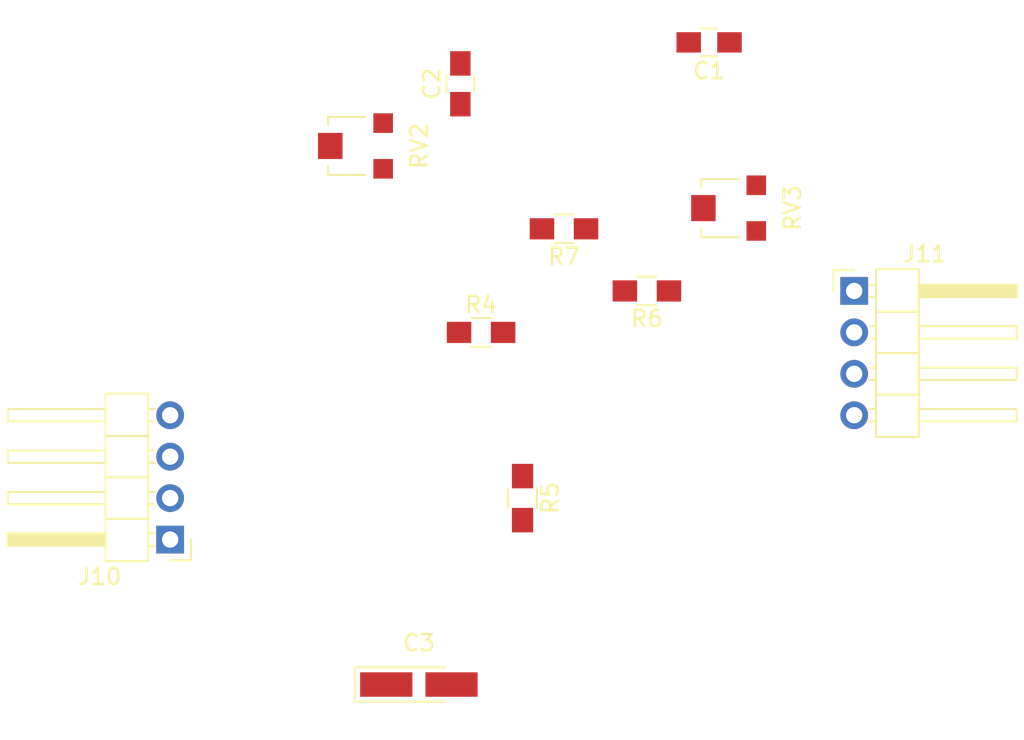
<source format=kicad_pcb>
(kicad_pcb (version 4) (host pcbnew 4.0.6-e0-6349~53~ubuntu16.04.1)

  (general
    (links 18)
    (no_connects 18)
    (area 0 0 0 0)
    (thickness 1.6)
    (drawings 0)
    (tracks 0)
    (zones 0)
    (modules 11)
    (nets 11)
  )

  (page A4)
  (layers
    (0 F.Cu signal)
    (31 B.Cu signal)
    (32 B.Adhes user)
    (33 F.Adhes user)
    (34 B.Paste user)
    (35 F.Paste user)
    (36 B.SilkS user)
    (37 F.SilkS user)
    (38 B.Mask user)
    (39 F.Mask user)
    (40 Dwgs.User user)
    (41 Cmts.User user)
    (42 Eco1.User user)
    (43 Eco2.User user)
    (44 Edge.Cuts user)
    (45 Margin user)
    (46 B.CrtYd user)
    (47 F.CrtYd user)
    (48 B.Fab user)
    (49 F.Fab user)
  )

  (setup
    (last_trace_width 0.25)
    (trace_clearance 0.2)
    (zone_clearance 0.508)
    (zone_45_only no)
    (trace_min 0.2)
    (segment_width 0.2)
    (edge_width 0.15)
    (via_size 0.6)
    (via_drill 0.4)
    (via_min_size 0.4)
    (via_min_drill 0.3)
    (uvia_size 0.3)
    (uvia_drill 0.1)
    (uvias_allowed no)
    (uvia_min_size 0.2)
    (uvia_min_drill 0.1)
    (pcb_text_width 0.3)
    (pcb_text_size 1.5 1.5)
    (mod_edge_width 0.15)
    (mod_text_size 1 1)
    (mod_text_width 0.15)
    (pad_size 1.524 1.524)
    (pad_drill 0.762)
    (pad_to_mask_clearance 0.2)
    (aux_axis_origin 0 0)
    (visible_elements FFFFFF7F)
    (pcbplotparams
      (layerselection 0x00030_80000001)
      (usegerberextensions false)
      (excludeedgelayer true)
      (linewidth 0.100000)
      (plotframeref false)
      (viasonmask false)
      (mode 1)
      (useauxorigin false)
      (hpglpennumber 1)
      (hpglpenspeed 20)
      (hpglpendiameter 15)
      (hpglpenoverlay 2)
      (psnegative false)
      (psa4output false)
      (plotreference true)
      (plotvalue true)
      (plotinvisibletext false)
      (padsonsilk false)
      (subtractmaskfromsilk false)
      (outputformat 1)
      (mirror false)
      (drillshape 1)
      (scaleselection 1)
      (outputdirectory ""))
  )

  (net 0 "")
  (net 1 "Net-(C1-Pad1)")
  (net 2 GND)
  (net 3 +5V)
  (net 4 TermIN)
  (net 5 "Net-(J11-Pad1)")
  (net 6 "Net-(J11-Pad2)")
  (net 7 TemOUT)
  (net 8 "Net-(J11-Pad4)")
  (net 9 "Net-(R4-Pad2)")
  (net 10 "Net-(R7-Pad1)")

  (net_class Default "This is the default net class."
    (clearance 0.2)
    (trace_width 0.25)
    (via_dia 0.6)
    (via_drill 0.4)
    (uvia_dia 0.3)
    (uvia_drill 0.1)
    (add_net +5V)
    (add_net GND)
    (add_net "Net-(C1-Pad1)")
    (add_net "Net-(J11-Pad1)")
    (add_net "Net-(J11-Pad2)")
    (add_net "Net-(J11-Pad4)")
    (add_net "Net-(R4-Pad2)")
    (add_net "Net-(R7-Pad1)")
    (add_net TemOUT)
    (add_net TermIN)
  )

  (module Capacitors_SMD:C_0805_HandSoldering (layer F.Cu) (tedit 58AA84A8) (tstamp 592F54EE)
    (at 160.02 92.71 180)
    (descr "Capacitor SMD 0805, hand soldering")
    (tags "capacitor 0805")
    (path /592F4A9D/592F530F)
    (attr smd)
    (fp_text reference C1 (at 0 -1.75 180) (layer F.SilkS)
      (effects (font (size 1 1) (thickness 0.15)))
    )
    (fp_text value C (at 0 1.75 180) (layer F.Fab)
      (effects (font (size 1 1) (thickness 0.15)))
    )
    (fp_text user %R (at 0 -1.75 180) (layer F.Fab)
      (effects (font (size 1 1) (thickness 0.15)))
    )
    (fp_line (start -1 0.62) (end -1 -0.62) (layer F.Fab) (width 0.1))
    (fp_line (start 1 0.62) (end -1 0.62) (layer F.Fab) (width 0.1))
    (fp_line (start 1 -0.62) (end 1 0.62) (layer F.Fab) (width 0.1))
    (fp_line (start -1 -0.62) (end 1 -0.62) (layer F.Fab) (width 0.1))
    (fp_line (start 0.5 -0.85) (end -0.5 -0.85) (layer F.SilkS) (width 0.12))
    (fp_line (start -0.5 0.85) (end 0.5 0.85) (layer F.SilkS) (width 0.12))
    (fp_line (start -2.25 -0.88) (end 2.25 -0.88) (layer F.CrtYd) (width 0.05))
    (fp_line (start -2.25 -0.88) (end -2.25 0.87) (layer F.CrtYd) (width 0.05))
    (fp_line (start 2.25 0.87) (end 2.25 -0.88) (layer F.CrtYd) (width 0.05))
    (fp_line (start 2.25 0.87) (end -2.25 0.87) (layer F.CrtYd) (width 0.05))
    (pad 1 smd rect (at -1.25 0 180) (size 1.5 1.25) (layers F.Cu F.Paste F.Mask)
      (net 1 "Net-(C1-Pad1)"))
    (pad 2 smd rect (at 1.25 0 180) (size 1.5 1.25) (layers F.Cu F.Paste F.Mask)
      (net 2 GND))
    (model Capacitors_SMD.3dshapes/C_0805.wrl
      (at (xyz 0 0 0))
      (scale (xyz 1 1 1))
      (rotate (xyz 0 0 0))
    )
  )

  (module Capacitors_SMD:C_0805_HandSoldering (layer F.Cu) (tedit 58AA84A8) (tstamp 592F54F4)
    (at 144.78 95.25 90)
    (descr "Capacitor SMD 0805, hand soldering")
    (tags "capacitor 0805")
    (path /592F4A9D/592F539A)
    (attr smd)
    (fp_text reference C2 (at 0 -1.75 90) (layer F.SilkS)
      (effects (font (size 1 1) (thickness 0.15)))
    )
    (fp_text value C (at 0 1.75 90) (layer F.Fab)
      (effects (font (size 1 1) (thickness 0.15)))
    )
    (fp_text user %R (at 0 -1.75 90) (layer F.Fab)
      (effects (font (size 1 1) (thickness 0.15)))
    )
    (fp_line (start -1 0.62) (end -1 -0.62) (layer F.Fab) (width 0.1))
    (fp_line (start 1 0.62) (end -1 0.62) (layer F.Fab) (width 0.1))
    (fp_line (start 1 -0.62) (end 1 0.62) (layer F.Fab) (width 0.1))
    (fp_line (start -1 -0.62) (end 1 -0.62) (layer F.Fab) (width 0.1))
    (fp_line (start 0.5 -0.85) (end -0.5 -0.85) (layer F.SilkS) (width 0.12))
    (fp_line (start -0.5 0.85) (end 0.5 0.85) (layer F.SilkS) (width 0.12))
    (fp_line (start -2.25 -0.88) (end 2.25 -0.88) (layer F.CrtYd) (width 0.05))
    (fp_line (start -2.25 -0.88) (end -2.25 0.87) (layer F.CrtYd) (width 0.05))
    (fp_line (start 2.25 0.87) (end 2.25 -0.88) (layer F.CrtYd) (width 0.05))
    (fp_line (start 2.25 0.87) (end -2.25 0.87) (layer F.CrtYd) (width 0.05))
    (pad 1 smd rect (at -1.25 0 90) (size 1.5 1.25) (layers F.Cu F.Paste F.Mask)
      (net 3 +5V))
    (pad 2 smd rect (at 1.25 0 90) (size 1.5 1.25) (layers F.Cu F.Paste F.Mask)
      (net 2 GND))
    (model Capacitors_SMD.3dshapes/C_0805.wrl
      (at (xyz 0 0 0))
      (scale (xyz 1 1 1))
      (rotate (xyz 0 0 0))
    )
  )

  (module Capacitors_Tantalum_SMD:CP_Tantalum_Case-A_EIA-3216-18_Hand (layer F.Cu) (tedit 57B6E980) (tstamp 592F54FA)
    (at 142.24 132.08)
    (descr "Tantalum capacitor, Case A, EIA 3216-18, 3.2x1.6x1.6mm, Hand soldering footprint")
    (tags "capacitor tantalum smd")
    (path /592F4A9D/592F53F5)
    (attr smd)
    (fp_text reference C3 (at 0 -2.55) (layer F.SilkS)
      (effects (font (size 1 1) (thickness 0.15)))
    )
    (fp_text value CP (at 0 2.55) (layer F.Fab)
      (effects (font (size 1 1) (thickness 0.15)))
    )
    (fp_line (start -4 -1.2) (end -4 1.2) (layer F.CrtYd) (width 0.05))
    (fp_line (start -4 1.2) (end 4 1.2) (layer F.CrtYd) (width 0.05))
    (fp_line (start 4 1.2) (end 4 -1.2) (layer F.CrtYd) (width 0.05))
    (fp_line (start 4 -1.2) (end -4 -1.2) (layer F.CrtYd) (width 0.05))
    (fp_line (start -1.6 -0.8) (end -1.6 0.8) (layer F.Fab) (width 0.1))
    (fp_line (start -1.6 0.8) (end 1.6 0.8) (layer F.Fab) (width 0.1))
    (fp_line (start 1.6 0.8) (end 1.6 -0.8) (layer F.Fab) (width 0.1))
    (fp_line (start 1.6 -0.8) (end -1.6 -0.8) (layer F.Fab) (width 0.1))
    (fp_line (start -1.28 -0.8) (end -1.28 0.8) (layer F.Fab) (width 0.1))
    (fp_line (start -1.12 -0.8) (end -1.12 0.8) (layer F.Fab) (width 0.1))
    (fp_line (start -3.9 -1.05) (end 1.6 -1.05) (layer F.SilkS) (width 0.12))
    (fp_line (start -3.9 1.05) (end 1.6 1.05) (layer F.SilkS) (width 0.12))
    (fp_line (start -3.9 -1.05) (end -3.9 1.05) (layer F.SilkS) (width 0.12))
    (pad 1 smd rect (at -2 0) (size 3.2 1.5) (layers F.Cu F.Paste F.Mask)
      (net 3 +5V))
    (pad 2 smd rect (at 2 0) (size 3.2 1.5) (layers F.Cu F.Paste F.Mask)
      (net 2 GND))
    (model Capacitors_Tantalum_SMD.3dshapes/CP_Tantalum_Case-A_EIA-3216-18.wrl
      (at (xyz 0 0 0))
      (scale (xyz 1 1 1))
      (rotate (xyz 0 0 0))
    )
  )

  (module Pin_Headers:Pin_Header_Angled_1x04_Pitch2.54mm (layer F.Cu) (tedit 58CD4EC1) (tstamp 592F5502)
    (at 127 123.19 180)
    (descr "Through hole angled pin header, 1x04, 2.54mm pitch, 6mm pin length, single row")
    (tags "Through hole angled pin header THT 1x04 2.54mm single row")
    (path /592F4A9D/592F5873)
    (fp_text reference J10 (at 4.315 -2.27 180) (layer F.SilkS)
      (effects (font (size 1 1) (thickness 0.15)))
    )
    (fp_text value CONN_01X04 (at 4.315 9.89 180) (layer F.Fab)
      (effects (font (size 1 1) (thickness 0.15)))
    )
    (fp_line (start 1.4 -1.27) (end 1.4 1.27) (layer F.Fab) (width 0.1))
    (fp_line (start 1.4 1.27) (end 3.9 1.27) (layer F.Fab) (width 0.1))
    (fp_line (start 3.9 1.27) (end 3.9 -1.27) (layer F.Fab) (width 0.1))
    (fp_line (start 3.9 -1.27) (end 1.4 -1.27) (layer F.Fab) (width 0.1))
    (fp_line (start 0 -0.32) (end 0 0.32) (layer F.Fab) (width 0.1))
    (fp_line (start 0 0.32) (end 9.9 0.32) (layer F.Fab) (width 0.1))
    (fp_line (start 9.9 0.32) (end 9.9 -0.32) (layer F.Fab) (width 0.1))
    (fp_line (start 9.9 -0.32) (end 0 -0.32) (layer F.Fab) (width 0.1))
    (fp_line (start 1.4 1.27) (end 1.4 3.81) (layer F.Fab) (width 0.1))
    (fp_line (start 1.4 3.81) (end 3.9 3.81) (layer F.Fab) (width 0.1))
    (fp_line (start 3.9 3.81) (end 3.9 1.27) (layer F.Fab) (width 0.1))
    (fp_line (start 3.9 1.27) (end 1.4 1.27) (layer F.Fab) (width 0.1))
    (fp_line (start 0 2.22) (end 0 2.86) (layer F.Fab) (width 0.1))
    (fp_line (start 0 2.86) (end 9.9 2.86) (layer F.Fab) (width 0.1))
    (fp_line (start 9.9 2.86) (end 9.9 2.22) (layer F.Fab) (width 0.1))
    (fp_line (start 9.9 2.22) (end 0 2.22) (layer F.Fab) (width 0.1))
    (fp_line (start 1.4 3.81) (end 1.4 6.35) (layer F.Fab) (width 0.1))
    (fp_line (start 1.4 6.35) (end 3.9 6.35) (layer F.Fab) (width 0.1))
    (fp_line (start 3.9 6.35) (end 3.9 3.81) (layer F.Fab) (width 0.1))
    (fp_line (start 3.9 3.81) (end 1.4 3.81) (layer F.Fab) (width 0.1))
    (fp_line (start 0 4.76) (end 0 5.4) (layer F.Fab) (width 0.1))
    (fp_line (start 0 5.4) (end 9.9 5.4) (layer F.Fab) (width 0.1))
    (fp_line (start 9.9 5.4) (end 9.9 4.76) (layer F.Fab) (width 0.1))
    (fp_line (start 9.9 4.76) (end 0 4.76) (layer F.Fab) (width 0.1))
    (fp_line (start 1.4 6.35) (end 1.4 8.89) (layer F.Fab) (width 0.1))
    (fp_line (start 1.4 8.89) (end 3.9 8.89) (layer F.Fab) (width 0.1))
    (fp_line (start 3.9 8.89) (end 3.9 6.35) (layer F.Fab) (width 0.1))
    (fp_line (start 3.9 6.35) (end 1.4 6.35) (layer F.Fab) (width 0.1))
    (fp_line (start 0 7.3) (end 0 7.94) (layer F.Fab) (width 0.1))
    (fp_line (start 0 7.94) (end 9.9 7.94) (layer F.Fab) (width 0.1))
    (fp_line (start 9.9 7.94) (end 9.9 7.3) (layer F.Fab) (width 0.1))
    (fp_line (start 9.9 7.3) (end 0 7.3) (layer F.Fab) (width 0.1))
    (fp_line (start 1.34 -1.33) (end 1.34 1.27) (layer F.SilkS) (width 0.12))
    (fp_line (start 1.34 1.27) (end 3.96 1.27) (layer F.SilkS) (width 0.12))
    (fp_line (start 3.96 1.27) (end 3.96 -1.33) (layer F.SilkS) (width 0.12))
    (fp_line (start 3.96 -1.33) (end 1.34 -1.33) (layer F.SilkS) (width 0.12))
    (fp_line (start 3.96 -0.38) (end 3.96 0.38) (layer F.SilkS) (width 0.12))
    (fp_line (start 3.96 0.38) (end 9.96 0.38) (layer F.SilkS) (width 0.12))
    (fp_line (start 9.96 0.38) (end 9.96 -0.38) (layer F.SilkS) (width 0.12))
    (fp_line (start 9.96 -0.38) (end 3.96 -0.38) (layer F.SilkS) (width 0.12))
    (fp_line (start 0.91 -0.38) (end 1.34 -0.38) (layer F.SilkS) (width 0.12))
    (fp_line (start 0.91 0.38) (end 1.34 0.38) (layer F.SilkS) (width 0.12))
    (fp_line (start 3.96 -0.26) (end 9.96 -0.26) (layer F.SilkS) (width 0.12))
    (fp_line (start 3.96 -0.14) (end 9.96 -0.14) (layer F.SilkS) (width 0.12))
    (fp_line (start 3.96 -0.02) (end 9.96 -0.02) (layer F.SilkS) (width 0.12))
    (fp_line (start 3.96 0.1) (end 9.96 0.1) (layer F.SilkS) (width 0.12))
    (fp_line (start 3.96 0.22) (end 9.96 0.22) (layer F.SilkS) (width 0.12))
    (fp_line (start 3.96 0.34) (end 9.96 0.34) (layer F.SilkS) (width 0.12))
    (fp_line (start 1.34 1.27) (end 1.34 3.81) (layer F.SilkS) (width 0.12))
    (fp_line (start 1.34 3.81) (end 3.96 3.81) (layer F.SilkS) (width 0.12))
    (fp_line (start 3.96 3.81) (end 3.96 1.27) (layer F.SilkS) (width 0.12))
    (fp_line (start 3.96 1.27) (end 1.34 1.27) (layer F.SilkS) (width 0.12))
    (fp_line (start 3.96 2.16) (end 3.96 2.92) (layer F.SilkS) (width 0.12))
    (fp_line (start 3.96 2.92) (end 9.96 2.92) (layer F.SilkS) (width 0.12))
    (fp_line (start 9.96 2.92) (end 9.96 2.16) (layer F.SilkS) (width 0.12))
    (fp_line (start 9.96 2.16) (end 3.96 2.16) (layer F.SilkS) (width 0.12))
    (fp_line (start 0.91 2.16) (end 1.34 2.16) (layer F.SilkS) (width 0.12))
    (fp_line (start 0.91 2.92) (end 1.34 2.92) (layer F.SilkS) (width 0.12))
    (fp_line (start 1.34 3.81) (end 1.34 6.35) (layer F.SilkS) (width 0.12))
    (fp_line (start 1.34 6.35) (end 3.96 6.35) (layer F.SilkS) (width 0.12))
    (fp_line (start 3.96 6.35) (end 3.96 3.81) (layer F.SilkS) (width 0.12))
    (fp_line (start 3.96 3.81) (end 1.34 3.81) (layer F.SilkS) (width 0.12))
    (fp_line (start 3.96 4.7) (end 3.96 5.46) (layer F.SilkS) (width 0.12))
    (fp_line (start 3.96 5.46) (end 9.96 5.46) (layer F.SilkS) (width 0.12))
    (fp_line (start 9.96 5.46) (end 9.96 4.7) (layer F.SilkS) (width 0.12))
    (fp_line (start 9.96 4.7) (end 3.96 4.7) (layer F.SilkS) (width 0.12))
    (fp_line (start 0.91 4.7) (end 1.34 4.7) (layer F.SilkS) (width 0.12))
    (fp_line (start 0.91 5.46) (end 1.34 5.46) (layer F.SilkS) (width 0.12))
    (fp_line (start 1.34 6.35) (end 1.34 8.95) (layer F.SilkS) (width 0.12))
    (fp_line (start 1.34 8.95) (end 3.96 8.95) (layer F.SilkS) (width 0.12))
    (fp_line (start 3.96 8.95) (end 3.96 6.35) (layer F.SilkS) (width 0.12))
    (fp_line (start 3.96 6.35) (end 1.34 6.35) (layer F.SilkS) (width 0.12))
    (fp_line (start 3.96 7.24) (end 3.96 8) (layer F.SilkS) (width 0.12))
    (fp_line (start 3.96 8) (end 9.96 8) (layer F.SilkS) (width 0.12))
    (fp_line (start 9.96 8) (end 9.96 7.24) (layer F.SilkS) (width 0.12))
    (fp_line (start 9.96 7.24) (end 3.96 7.24) (layer F.SilkS) (width 0.12))
    (fp_line (start 0.91 7.24) (end 1.34 7.24) (layer F.SilkS) (width 0.12))
    (fp_line (start 0.91 8) (end 1.34 8) (layer F.SilkS) (width 0.12))
    (fp_line (start -1.27 0) (end -1.27 -1.27) (layer F.SilkS) (width 0.12))
    (fp_line (start -1.27 -1.27) (end 0 -1.27) (layer F.SilkS) (width 0.12))
    (fp_line (start -1.8 -1.8) (end -1.8 9.4) (layer F.CrtYd) (width 0.05))
    (fp_line (start -1.8 9.4) (end 10.4 9.4) (layer F.CrtYd) (width 0.05))
    (fp_line (start 10.4 9.4) (end 10.4 -1.8) (layer F.CrtYd) (width 0.05))
    (fp_line (start 10.4 -1.8) (end -1.8 -1.8) (layer F.CrtYd) (width 0.05))
    (fp_text user %R (at 4.315 -2.27 180) (layer F.Fab)
      (effects (font (size 1 1) (thickness 0.15)))
    )
    (pad 1 thru_hole rect (at 0 0 180) (size 1.7 1.7) (drill 1) (layers *.Cu *.Mask)
      (net 3 +5V))
    (pad 2 thru_hole oval (at 0 2.54 180) (size 1.7 1.7) (drill 1) (layers *.Cu *.Mask)
      (net 4 TermIN))
    (pad 3 thru_hole oval (at 0 5.08 180) (size 1.7 1.7) (drill 1) (layers *.Cu *.Mask)
      (net 2 GND))
    (pad 4 thru_hole oval (at 0 7.62 180) (size 1.7 1.7) (drill 1) (layers *.Cu *.Mask)
      (net 2 GND))
    (model ${KISYS3DMOD}/Pin_Headers.3dshapes/Pin_Header_Angled_1x04_Pitch2.54mm.wrl
      (at (xyz 0 -0.15 0))
      (scale (xyz 1 1 1))
      (rotate (xyz 0 0 90))
    )
  )

  (module Pin_Headers:Pin_Header_Angled_1x04_Pitch2.54mm (layer F.Cu) (tedit 58CD4EC1) (tstamp 592F550A)
    (at 168.91 107.95)
    (descr "Through hole angled pin header, 1x04, 2.54mm pitch, 6mm pin length, single row")
    (tags "Through hole angled pin header THT 1x04 2.54mm single row")
    (path /592F4A9D/592F5932)
    (fp_text reference J11 (at 4.315 -2.27) (layer F.SilkS)
      (effects (font (size 1 1) (thickness 0.15)))
    )
    (fp_text value CONN_01X04 (at 4.315 9.89) (layer F.Fab)
      (effects (font (size 1 1) (thickness 0.15)))
    )
    (fp_line (start 1.4 -1.27) (end 1.4 1.27) (layer F.Fab) (width 0.1))
    (fp_line (start 1.4 1.27) (end 3.9 1.27) (layer F.Fab) (width 0.1))
    (fp_line (start 3.9 1.27) (end 3.9 -1.27) (layer F.Fab) (width 0.1))
    (fp_line (start 3.9 -1.27) (end 1.4 -1.27) (layer F.Fab) (width 0.1))
    (fp_line (start 0 -0.32) (end 0 0.32) (layer F.Fab) (width 0.1))
    (fp_line (start 0 0.32) (end 9.9 0.32) (layer F.Fab) (width 0.1))
    (fp_line (start 9.9 0.32) (end 9.9 -0.32) (layer F.Fab) (width 0.1))
    (fp_line (start 9.9 -0.32) (end 0 -0.32) (layer F.Fab) (width 0.1))
    (fp_line (start 1.4 1.27) (end 1.4 3.81) (layer F.Fab) (width 0.1))
    (fp_line (start 1.4 3.81) (end 3.9 3.81) (layer F.Fab) (width 0.1))
    (fp_line (start 3.9 3.81) (end 3.9 1.27) (layer F.Fab) (width 0.1))
    (fp_line (start 3.9 1.27) (end 1.4 1.27) (layer F.Fab) (width 0.1))
    (fp_line (start 0 2.22) (end 0 2.86) (layer F.Fab) (width 0.1))
    (fp_line (start 0 2.86) (end 9.9 2.86) (layer F.Fab) (width 0.1))
    (fp_line (start 9.9 2.86) (end 9.9 2.22) (layer F.Fab) (width 0.1))
    (fp_line (start 9.9 2.22) (end 0 2.22) (layer F.Fab) (width 0.1))
    (fp_line (start 1.4 3.81) (end 1.4 6.35) (layer F.Fab) (width 0.1))
    (fp_line (start 1.4 6.35) (end 3.9 6.35) (layer F.Fab) (width 0.1))
    (fp_line (start 3.9 6.35) (end 3.9 3.81) (layer F.Fab) (width 0.1))
    (fp_line (start 3.9 3.81) (end 1.4 3.81) (layer F.Fab) (width 0.1))
    (fp_line (start 0 4.76) (end 0 5.4) (layer F.Fab) (width 0.1))
    (fp_line (start 0 5.4) (end 9.9 5.4) (layer F.Fab) (width 0.1))
    (fp_line (start 9.9 5.4) (end 9.9 4.76) (layer F.Fab) (width 0.1))
    (fp_line (start 9.9 4.76) (end 0 4.76) (layer F.Fab) (width 0.1))
    (fp_line (start 1.4 6.35) (end 1.4 8.89) (layer F.Fab) (width 0.1))
    (fp_line (start 1.4 8.89) (end 3.9 8.89) (layer F.Fab) (width 0.1))
    (fp_line (start 3.9 8.89) (end 3.9 6.35) (layer F.Fab) (width 0.1))
    (fp_line (start 3.9 6.35) (end 1.4 6.35) (layer F.Fab) (width 0.1))
    (fp_line (start 0 7.3) (end 0 7.94) (layer F.Fab) (width 0.1))
    (fp_line (start 0 7.94) (end 9.9 7.94) (layer F.Fab) (width 0.1))
    (fp_line (start 9.9 7.94) (end 9.9 7.3) (layer F.Fab) (width 0.1))
    (fp_line (start 9.9 7.3) (end 0 7.3) (layer F.Fab) (width 0.1))
    (fp_line (start 1.34 -1.33) (end 1.34 1.27) (layer F.SilkS) (width 0.12))
    (fp_line (start 1.34 1.27) (end 3.96 1.27) (layer F.SilkS) (width 0.12))
    (fp_line (start 3.96 1.27) (end 3.96 -1.33) (layer F.SilkS) (width 0.12))
    (fp_line (start 3.96 -1.33) (end 1.34 -1.33) (layer F.SilkS) (width 0.12))
    (fp_line (start 3.96 -0.38) (end 3.96 0.38) (layer F.SilkS) (width 0.12))
    (fp_line (start 3.96 0.38) (end 9.96 0.38) (layer F.SilkS) (width 0.12))
    (fp_line (start 9.96 0.38) (end 9.96 -0.38) (layer F.SilkS) (width 0.12))
    (fp_line (start 9.96 -0.38) (end 3.96 -0.38) (layer F.SilkS) (width 0.12))
    (fp_line (start 0.91 -0.38) (end 1.34 -0.38) (layer F.SilkS) (width 0.12))
    (fp_line (start 0.91 0.38) (end 1.34 0.38) (layer F.SilkS) (width 0.12))
    (fp_line (start 3.96 -0.26) (end 9.96 -0.26) (layer F.SilkS) (width 0.12))
    (fp_line (start 3.96 -0.14) (end 9.96 -0.14) (layer F.SilkS) (width 0.12))
    (fp_line (start 3.96 -0.02) (end 9.96 -0.02) (layer F.SilkS) (width 0.12))
    (fp_line (start 3.96 0.1) (end 9.96 0.1) (layer F.SilkS) (width 0.12))
    (fp_line (start 3.96 0.22) (end 9.96 0.22) (layer F.SilkS) (width 0.12))
    (fp_line (start 3.96 0.34) (end 9.96 0.34) (layer F.SilkS) (width 0.12))
    (fp_line (start 1.34 1.27) (end 1.34 3.81) (layer F.SilkS) (width 0.12))
    (fp_line (start 1.34 3.81) (end 3.96 3.81) (layer F.SilkS) (width 0.12))
    (fp_line (start 3.96 3.81) (end 3.96 1.27) (layer F.SilkS) (width 0.12))
    (fp_line (start 3.96 1.27) (end 1.34 1.27) (layer F.SilkS) (width 0.12))
    (fp_line (start 3.96 2.16) (end 3.96 2.92) (layer F.SilkS) (width 0.12))
    (fp_line (start 3.96 2.92) (end 9.96 2.92) (layer F.SilkS) (width 0.12))
    (fp_line (start 9.96 2.92) (end 9.96 2.16) (layer F.SilkS) (width 0.12))
    (fp_line (start 9.96 2.16) (end 3.96 2.16) (layer F.SilkS) (width 0.12))
    (fp_line (start 0.91 2.16) (end 1.34 2.16) (layer F.SilkS) (width 0.12))
    (fp_line (start 0.91 2.92) (end 1.34 2.92) (layer F.SilkS) (width 0.12))
    (fp_line (start 1.34 3.81) (end 1.34 6.35) (layer F.SilkS) (width 0.12))
    (fp_line (start 1.34 6.35) (end 3.96 6.35) (layer F.SilkS) (width 0.12))
    (fp_line (start 3.96 6.35) (end 3.96 3.81) (layer F.SilkS) (width 0.12))
    (fp_line (start 3.96 3.81) (end 1.34 3.81) (layer F.SilkS) (width 0.12))
    (fp_line (start 3.96 4.7) (end 3.96 5.46) (layer F.SilkS) (width 0.12))
    (fp_line (start 3.96 5.46) (end 9.96 5.46) (layer F.SilkS) (width 0.12))
    (fp_line (start 9.96 5.46) (end 9.96 4.7) (layer F.SilkS) (width 0.12))
    (fp_line (start 9.96 4.7) (end 3.96 4.7) (layer F.SilkS) (width 0.12))
    (fp_line (start 0.91 4.7) (end 1.34 4.7) (layer F.SilkS) (width 0.12))
    (fp_line (start 0.91 5.46) (end 1.34 5.46) (layer F.SilkS) (width 0.12))
    (fp_line (start 1.34 6.35) (end 1.34 8.95) (layer F.SilkS) (width 0.12))
    (fp_line (start 1.34 8.95) (end 3.96 8.95) (layer F.SilkS) (width 0.12))
    (fp_line (start 3.96 8.95) (end 3.96 6.35) (layer F.SilkS) (width 0.12))
    (fp_line (start 3.96 6.35) (end 1.34 6.35) (layer F.SilkS) (width 0.12))
    (fp_line (start 3.96 7.24) (end 3.96 8) (layer F.SilkS) (width 0.12))
    (fp_line (start 3.96 8) (end 9.96 8) (layer F.SilkS) (width 0.12))
    (fp_line (start 9.96 8) (end 9.96 7.24) (layer F.SilkS) (width 0.12))
    (fp_line (start 9.96 7.24) (end 3.96 7.24) (layer F.SilkS) (width 0.12))
    (fp_line (start 0.91 7.24) (end 1.34 7.24) (layer F.SilkS) (width 0.12))
    (fp_line (start 0.91 8) (end 1.34 8) (layer F.SilkS) (width 0.12))
    (fp_line (start -1.27 0) (end -1.27 -1.27) (layer F.SilkS) (width 0.12))
    (fp_line (start -1.27 -1.27) (end 0 -1.27) (layer F.SilkS) (width 0.12))
    (fp_line (start -1.8 -1.8) (end -1.8 9.4) (layer F.CrtYd) (width 0.05))
    (fp_line (start -1.8 9.4) (end 10.4 9.4) (layer F.CrtYd) (width 0.05))
    (fp_line (start 10.4 9.4) (end 10.4 -1.8) (layer F.CrtYd) (width 0.05))
    (fp_line (start 10.4 -1.8) (end -1.8 -1.8) (layer F.CrtYd) (width 0.05))
    (fp_text user %R (at 4.315 -2.27) (layer F.Fab)
      (effects (font (size 1 1) (thickness 0.15)))
    )
    (pad 1 thru_hole rect (at 0 0) (size 1.7 1.7) (drill 1) (layers *.Cu *.Mask)
      (net 5 "Net-(J11-Pad1)"))
    (pad 2 thru_hole oval (at 0 2.54) (size 1.7 1.7) (drill 1) (layers *.Cu *.Mask)
      (net 6 "Net-(J11-Pad2)"))
    (pad 3 thru_hole oval (at 0 5.08) (size 1.7 1.7) (drill 1) (layers *.Cu *.Mask)
      (net 7 TemOUT))
    (pad 4 thru_hole oval (at 0 7.62) (size 1.7 1.7) (drill 1) (layers *.Cu *.Mask)
      (net 8 "Net-(J11-Pad4)"))
    (model ${KISYS3DMOD}/Pin_Headers.3dshapes/Pin_Header_Angled_1x04_Pitch2.54mm.wrl
      (at (xyz 0 -0.15 0))
      (scale (xyz 1 1 1))
      (rotate (xyz 0 0 90))
    )
  )

  (module Resistors_SMD:R_0805_HandSoldering (layer F.Cu) (tedit 58E0A804) (tstamp 592F5517)
    (at 146.05 110.49)
    (descr "Resistor SMD 0805, hand soldering")
    (tags "resistor 0805")
    (path /592F4A9D/592F528D)
    (attr smd)
    (fp_text reference R4 (at 0 -1.7) (layer F.SilkS)
      (effects (font (size 1 1) (thickness 0.15)))
    )
    (fp_text value R (at 0 1.75) (layer F.Fab)
      (effects (font (size 1 1) (thickness 0.15)))
    )
    (fp_text user %R (at 0 0) (layer F.Fab)
      (effects (font (size 0.5 0.5) (thickness 0.075)))
    )
    (fp_line (start -1 0.62) (end -1 -0.62) (layer F.Fab) (width 0.1))
    (fp_line (start 1 0.62) (end -1 0.62) (layer F.Fab) (width 0.1))
    (fp_line (start 1 -0.62) (end 1 0.62) (layer F.Fab) (width 0.1))
    (fp_line (start -1 -0.62) (end 1 -0.62) (layer F.Fab) (width 0.1))
    (fp_line (start 0.6 0.88) (end -0.6 0.88) (layer F.SilkS) (width 0.12))
    (fp_line (start -0.6 -0.88) (end 0.6 -0.88) (layer F.SilkS) (width 0.12))
    (fp_line (start -2.35 -0.9) (end 2.35 -0.9) (layer F.CrtYd) (width 0.05))
    (fp_line (start -2.35 -0.9) (end -2.35 0.9) (layer F.CrtYd) (width 0.05))
    (fp_line (start 2.35 0.9) (end 2.35 -0.9) (layer F.CrtYd) (width 0.05))
    (fp_line (start 2.35 0.9) (end -2.35 0.9) (layer F.CrtYd) (width 0.05))
    (pad 1 smd rect (at -1.35 0) (size 1.5 1.3) (layers F.Cu F.Paste F.Mask)
      (net 3 +5V))
    (pad 2 smd rect (at 1.35 0) (size 1.5 1.3) (layers F.Cu F.Paste F.Mask)
      (net 9 "Net-(R4-Pad2)"))
    (model ${KISYS3DMOD}/Resistors_SMD.3dshapes/R_0805.wrl
      (at (xyz 0 0 0))
      (scale (xyz 1 1 1))
      (rotate (xyz 0 0 0))
    )
  )

  (module Resistors_SMD:R_0805_HandSoldering (layer F.Cu) (tedit 58E0A804) (tstamp 592F551D)
    (at 148.59 120.65 270)
    (descr "Resistor SMD 0805, hand soldering")
    (tags "resistor 0805")
    (path /592F4A9D/592F52CC)
    (attr smd)
    (fp_text reference R5 (at 0 -1.7 270) (layer F.SilkS)
      (effects (font (size 1 1) (thickness 0.15)))
    )
    (fp_text value R (at 0 1.75 270) (layer F.Fab)
      (effects (font (size 1 1) (thickness 0.15)))
    )
    (fp_text user %R (at 0 0 270) (layer F.Fab)
      (effects (font (size 0.5 0.5) (thickness 0.075)))
    )
    (fp_line (start -1 0.62) (end -1 -0.62) (layer F.Fab) (width 0.1))
    (fp_line (start 1 0.62) (end -1 0.62) (layer F.Fab) (width 0.1))
    (fp_line (start 1 -0.62) (end 1 0.62) (layer F.Fab) (width 0.1))
    (fp_line (start -1 -0.62) (end 1 -0.62) (layer F.Fab) (width 0.1))
    (fp_line (start 0.6 0.88) (end -0.6 0.88) (layer F.SilkS) (width 0.12))
    (fp_line (start -0.6 -0.88) (end 0.6 -0.88) (layer F.SilkS) (width 0.12))
    (fp_line (start -2.35 -0.9) (end 2.35 -0.9) (layer F.CrtYd) (width 0.05))
    (fp_line (start -2.35 -0.9) (end -2.35 0.9) (layer F.CrtYd) (width 0.05))
    (fp_line (start 2.35 0.9) (end 2.35 -0.9) (layer F.CrtYd) (width 0.05))
    (fp_line (start 2.35 0.9) (end -2.35 0.9) (layer F.CrtYd) (width 0.05))
    (pad 1 smd rect (at -1.35 0 270) (size 1.5 1.3) (layers F.Cu F.Paste F.Mask)
      (net 3 +5V))
    (pad 2 smd rect (at 1.35 0 270) (size 1.5 1.3) (layers F.Cu F.Paste F.Mask)
      (net 4 TermIN))
    (model ${KISYS3DMOD}/Resistors_SMD.3dshapes/R_0805.wrl
      (at (xyz 0 0 0))
      (scale (xyz 1 1 1))
      (rotate (xyz 0 0 0))
    )
  )

  (module Resistors_SMD:R_0805_HandSoldering (layer F.Cu) (tedit 58E0A804) (tstamp 592F5523)
    (at 156.21 107.95 180)
    (descr "Resistor SMD 0805, hand soldering")
    (tags "resistor 0805")
    (path /592F4A9D/592F51E3)
    (attr smd)
    (fp_text reference R6 (at 0 -1.7 180) (layer F.SilkS)
      (effects (font (size 1 1) (thickness 0.15)))
    )
    (fp_text value R (at 0 1.75 180) (layer F.Fab)
      (effects (font (size 1 1) (thickness 0.15)))
    )
    (fp_text user %R (at 0 0 180) (layer F.Fab)
      (effects (font (size 0.5 0.5) (thickness 0.075)))
    )
    (fp_line (start -1 0.62) (end -1 -0.62) (layer F.Fab) (width 0.1))
    (fp_line (start 1 0.62) (end -1 0.62) (layer F.Fab) (width 0.1))
    (fp_line (start 1 -0.62) (end 1 0.62) (layer F.Fab) (width 0.1))
    (fp_line (start -1 -0.62) (end 1 -0.62) (layer F.Fab) (width 0.1))
    (fp_line (start 0.6 0.88) (end -0.6 0.88) (layer F.SilkS) (width 0.12))
    (fp_line (start -0.6 -0.88) (end 0.6 -0.88) (layer F.SilkS) (width 0.12))
    (fp_line (start -2.35 -0.9) (end 2.35 -0.9) (layer F.CrtYd) (width 0.05))
    (fp_line (start -2.35 -0.9) (end -2.35 0.9) (layer F.CrtYd) (width 0.05))
    (fp_line (start 2.35 0.9) (end 2.35 -0.9) (layer F.CrtYd) (width 0.05))
    (fp_line (start 2.35 0.9) (end -2.35 0.9) (layer F.CrtYd) (width 0.05))
    (pad 1 smd rect (at -1.35 0 180) (size 1.5 1.3) (layers F.Cu F.Paste F.Mask)
      (net 1 "Net-(C1-Pad1)"))
    (pad 2 smd rect (at 1.35 0 180) (size 1.5 1.3) (layers F.Cu F.Paste F.Mask)
      (net 4 TermIN))
    (model ${KISYS3DMOD}/Resistors_SMD.3dshapes/R_0805.wrl
      (at (xyz 0 0 0))
      (scale (xyz 1 1 1))
      (rotate (xyz 0 0 0))
    )
  )

  (module Resistors_SMD:R_0805_HandSoldering (layer F.Cu) (tedit 58E0A804) (tstamp 592F5529)
    (at 151.13 104.14 180)
    (descr "Resistor SMD 0805, hand soldering")
    (tags "resistor 0805")
    (path /592F4A9D/592F525C)
    (attr smd)
    (fp_text reference R7 (at 0 -1.7 180) (layer F.SilkS)
      (effects (font (size 1 1) (thickness 0.15)))
    )
    (fp_text value R (at 0 1.75 180) (layer F.Fab)
      (effects (font (size 1 1) (thickness 0.15)))
    )
    (fp_text user %R (at 0 0 180) (layer F.Fab)
      (effects (font (size 0.5 0.5) (thickness 0.075)))
    )
    (fp_line (start -1 0.62) (end -1 -0.62) (layer F.Fab) (width 0.1))
    (fp_line (start 1 0.62) (end -1 0.62) (layer F.Fab) (width 0.1))
    (fp_line (start 1 -0.62) (end 1 0.62) (layer F.Fab) (width 0.1))
    (fp_line (start -1 -0.62) (end 1 -0.62) (layer F.Fab) (width 0.1))
    (fp_line (start 0.6 0.88) (end -0.6 0.88) (layer F.SilkS) (width 0.12))
    (fp_line (start -0.6 -0.88) (end 0.6 -0.88) (layer F.SilkS) (width 0.12))
    (fp_line (start -2.35 -0.9) (end 2.35 -0.9) (layer F.CrtYd) (width 0.05))
    (fp_line (start -2.35 -0.9) (end -2.35 0.9) (layer F.CrtYd) (width 0.05))
    (fp_line (start 2.35 0.9) (end 2.35 -0.9) (layer F.CrtYd) (width 0.05))
    (fp_line (start 2.35 0.9) (end -2.35 0.9) (layer F.CrtYd) (width 0.05))
    (pad 1 smd rect (at -1.35 0 180) (size 1.5 1.3) (layers F.Cu F.Paste F.Mask)
      (net 10 "Net-(R7-Pad1)"))
    (pad 2 smd rect (at 1.35 0 180) (size 1.5 1.3) (layers F.Cu F.Paste F.Mask)
      (net 9 "Net-(R4-Pad2)"))
    (model ${KISYS3DMOD}/Resistors_SMD.3dshapes/R_0805.wrl
      (at (xyz 0 0 0))
      (scale (xyz 1 1 1))
      (rotate (xyz 0 0 0))
    )
  )

  (module Potentiometers:Potentiometer_Trimmer-EVM3E (layer F.Cu) (tedit 580B90AB) (tstamp 592F5530)
    (at 138.43 99.06 90)
    (descr http://www.comkey.in/sites/default/files/attachments/EVM3ESX50B15.pdf)
    (tags "trimmer smd")
    (path /592F4A9D/592F5150)
    (attr smd)
    (fp_text reference RV2 (at 0 3.83 90) (layer F.SilkS)
      (effects (font (size 1 1) (thickness 0.15)))
    )
    (fp_text value POT (at 0 -3.79 90) (layer F.Fab)
      (effects (font (size 1 1) (thickness 0.15)))
    )
    (fp_line (start 1.78 -1.75) (end 1.78 0.53) (layer F.SilkS) (width 0.12))
    (fp_line (start 1.27 -1.75) (end 1.78 -1.75) (layer F.SilkS) (width 0.12))
    (fp_line (start -1.78 -1.75) (end -1.27 -1.75) (layer F.SilkS) (width 0.12))
    (fp_line (start -1.78 0.53) (end -1.78 -1.75) (layer F.SilkS) (width 0.12))
    (fp_line (start 2.2 2.45) (end -2.2 2.45) (layer F.CrtYd) (width 0.05))
    (fp_line (start 2.2 -2.6) (end 2.2 2.45) (layer F.CrtYd) (width 0.05))
    (fp_line (start -2.2 -2.6) (end 2.2 -2.6) (layer F.CrtYd) (width 0.05))
    (fp_line (start -2.2 2.45) (end -2.2 -2.6) (layer F.CrtYd) (width 0.05))
    (fp_line (start 0.9 1.38) (end 0.9 1.73) (layer F.Fab) (width 0.1))
    (fp_line (start 1.55 1.38) (end 0.9 1.38) (layer F.Fab) (width 0.1))
    (fp_line (start -0.9 1.32) (end -0.9 1.73) (layer F.Fab) (width 0.1))
    (fp_line (start -1.55 1.32) (end -0.9 1.32) (layer F.Fab) (width 0.1))
    (fp_line (start -0.25 -0.23) (end -0.25 -0.97) (layer F.Fab) (width 0.1))
    (fp_line (start -1 -0.23) (end -0.25 -0.23) (layer F.Fab) (width 0.1))
    (fp_line (start -1 0.28) (end -1 -0.23) (layer F.Fab) (width 0.1))
    (fp_line (start -0.25 0.28) (end -1 0.28) (layer F.Fab) (width 0.1))
    (fp_line (start -0.25 1.02) (end -0.25 0.28) (layer F.Fab) (width 0.1))
    (fp_line (start 0.25 1.02) (end -0.25 1.02) (layer F.Fab) (width 0.1))
    (fp_line (start 0.25 0.28) (end 0.25 1.02) (layer F.Fab) (width 0.1))
    (fp_line (start 1 0.28) (end 0.25 0.28) (layer F.Fab) (width 0.1))
    (fp_line (start 1 -0.23) (end 1 0.28) (layer F.Fab) (width 0.1))
    (fp_line (start 0.25 -0.23) (end 1 -0.23) (layer F.Fab) (width 0.1))
    (fp_line (start 0.25 -0.97) (end 0.25 -0.23) (layer F.Fab) (width 0.1))
    (fp_line (start -0.25 -0.97) (end 0.25 -0.97) (layer F.Fab) (width 0.1))
    (fp_line (start -1.55 1.73) (end -1.55 -1.52) (layer F.Fab) (width 0.1))
    (fp_line (start 1.55 1.73) (end -1.55 1.73) (layer F.Fab) (width 0.1))
    (fp_line (start 1.55 -1.52) (end 1.55 1.73) (layer F.Fab) (width 0.1))
    (fp_line (start -1.55 -1.52) (end 1.55 -1.52) (layer F.Fab) (width 0.1))
    (fp_circle (center 0 0.03) (end 0 -0.23) (layer F.Fab) (width 0.1))
    (fp_circle (center 0 0.03) (end 0 -1.18) (layer F.Fab) (width 0.1))
    (fp_circle (center 0 0.03) (end 0 -1.52) (layer F.Fab) (width 0.1))
    (pad 1 smd rect (at -1.4 1.62 90) (size 1.2 1.2) (layers F.Cu F.Paste F.Mask)
      (net 9 "Net-(R4-Pad2)"))
    (pad 3 smd rect (at 1.4 1.62 90) (size 1.2 1.2) (layers F.Cu F.Paste F.Mask)
      (net 2 GND))
    (pad 2 smd rect (at 0 -1.62 90) (size 1.6 1.5) (layers F.Cu F.Paste F.Mask)
      (net 2 GND))
  )

  (module Potentiometers:Potentiometer_Trimmer-EVM3E (layer F.Cu) (tedit 580B90AB) (tstamp 592F5537)
    (at 161.29 102.87 90)
    (descr http://www.comkey.in/sites/default/files/attachments/EVM3ESX50B15.pdf)
    (tags "trimmer smd")
    (path /592F4A9D/592F4EEE)
    (attr smd)
    (fp_text reference RV3 (at 0 3.83 90) (layer F.SilkS)
      (effects (font (size 1 1) (thickness 0.15)))
    )
    (fp_text value POT (at 0 -3.79 90) (layer F.Fab)
      (effects (font (size 1 1) (thickness 0.15)))
    )
    (fp_line (start 1.78 -1.75) (end 1.78 0.53) (layer F.SilkS) (width 0.12))
    (fp_line (start 1.27 -1.75) (end 1.78 -1.75) (layer F.SilkS) (width 0.12))
    (fp_line (start -1.78 -1.75) (end -1.27 -1.75) (layer F.SilkS) (width 0.12))
    (fp_line (start -1.78 0.53) (end -1.78 -1.75) (layer F.SilkS) (width 0.12))
    (fp_line (start 2.2 2.45) (end -2.2 2.45) (layer F.CrtYd) (width 0.05))
    (fp_line (start 2.2 -2.6) (end 2.2 2.45) (layer F.CrtYd) (width 0.05))
    (fp_line (start -2.2 -2.6) (end 2.2 -2.6) (layer F.CrtYd) (width 0.05))
    (fp_line (start -2.2 2.45) (end -2.2 -2.6) (layer F.CrtYd) (width 0.05))
    (fp_line (start 0.9 1.38) (end 0.9 1.73) (layer F.Fab) (width 0.1))
    (fp_line (start 1.55 1.38) (end 0.9 1.38) (layer F.Fab) (width 0.1))
    (fp_line (start -0.9 1.32) (end -0.9 1.73) (layer F.Fab) (width 0.1))
    (fp_line (start -1.55 1.32) (end -0.9 1.32) (layer F.Fab) (width 0.1))
    (fp_line (start -0.25 -0.23) (end -0.25 -0.97) (layer F.Fab) (width 0.1))
    (fp_line (start -1 -0.23) (end -0.25 -0.23) (layer F.Fab) (width 0.1))
    (fp_line (start -1 0.28) (end -1 -0.23) (layer F.Fab) (width 0.1))
    (fp_line (start -0.25 0.28) (end -1 0.28) (layer F.Fab) (width 0.1))
    (fp_line (start -0.25 1.02) (end -0.25 0.28) (layer F.Fab) (width 0.1))
    (fp_line (start 0.25 1.02) (end -0.25 1.02) (layer F.Fab) (width 0.1))
    (fp_line (start 0.25 0.28) (end 0.25 1.02) (layer F.Fab) (width 0.1))
    (fp_line (start 1 0.28) (end 0.25 0.28) (layer F.Fab) (width 0.1))
    (fp_line (start 1 -0.23) (end 1 0.28) (layer F.Fab) (width 0.1))
    (fp_line (start 0.25 -0.23) (end 1 -0.23) (layer F.Fab) (width 0.1))
    (fp_line (start 0.25 -0.97) (end 0.25 -0.23) (layer F.Fab) (width 0.1))
    (fp_line (start -0.25 -0.97) (end 0.25 -0.97) (layer F.Fab) (width 0.1))
    (fp_line (start -1.55 1.73) (end -1.55 -1.52) (layer F.Fab) (width 0.1))
    (fp_line (start 1.55 1.73) (end -1.55 1.73) (layer F.Fab) (width 0.1))
    (fp_line (start 1.55 -1.52) (end 1.55 1.73) (layer F.Fab) (width 0.1))
    (fp_line (start -1.55 -1.52) (end 1.55 -1.52) (layer F.Fab) (width 0.1))
    (fp_circle (center 0 0.03) (end 0 -0.23) (layer F.Fab) (width 0.1))
    (fp_circle (center 0 0.03) (end 0 -1.18) (layer F.Fab) (width 0.1))
    (fp_circle (center 0 0.03) (end 0 -1.52) (layer F.Fab) (width 0.1))
    (pad 1 smd rect (at -1.4 1.62 90) (size 1.2 1.2) (layers F.Cu F.Paste F.Mask)
      (net 7 TemOUT))
    (pad 3 smd rect (at 1.4 1.62 90) (size 1.2 1.2) (layers F.Cu F.Paste F.Mask)
      (net 10 "Net-(R7-Pad1)"))
    (pad 2 smd rect (at 0 -1.62 90) (size 1.6 1.5) (layers F.Cu F.Paste F.Mask)
      (net 10 "Net-(R7-Pad1)"))
  )

)

</source>
